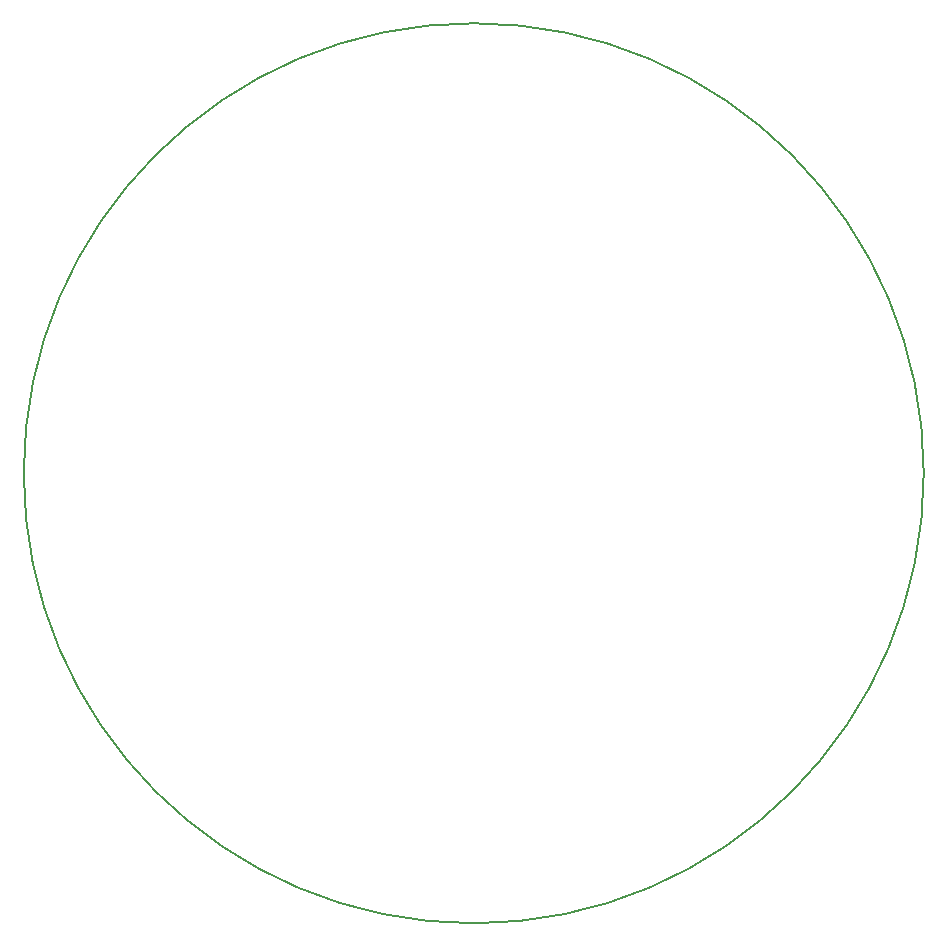
<source format=gbr>
G04 #@! TF.GenerationSoftware,KiCad,Pcbnew,(5.0.0-rc2-dev-179-gab3780148)*
G04 #@! TF.CreationDate,2018-03-20T14:47:54-05:00*
G04 #@! TF.ProjectId,conductivity_sensor,636F6E6475637469766974795F73656E,rev?*
G04 #@! TF.SameCoordinates,Original*
G04 #@! TF.FileFunction,Profile,NP*
%FSLAX46Y46*%
G04 Gerber Fmt 4.6, Leading zero omitted, Abs format (unit mm)*
G04 Created by KiCad (PCBNEW (5.0.0-rc2-dev-179-gab3780148)) date 03/20/18 14:47:54*
%MOMM*%
%LPD*%
G01*
G04 APERTURE LIST*
%ADD10C,0.200000*%
G04 APERTURE END LIST*
D10*
X165100000Y-111760000D02*
G75*
G03X165100000Y-111760000I-38100000J0D01*
G01*
M02*

</source>
